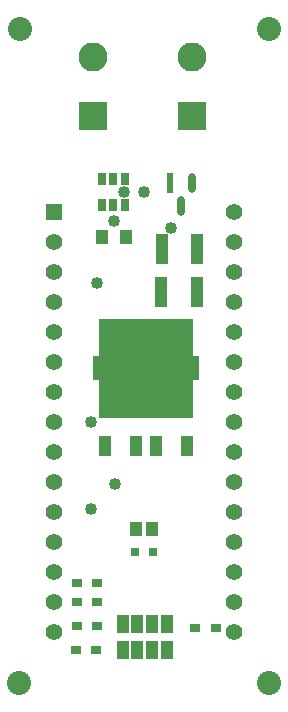
<source format=gbs>
G04*
G04 #@! TF.GenerationSoftware,Altium Limited,Altium Designer,23.1.1 (15)*
G04*
G04 Layer_Color=16711935*
%FSLAX25Y25*%
%MOIN*%
G70*
G04*
G04 #@! TF.SameCoordinates,0BDBEAC4-C0BD-4DD4-8220-68B77C2E4246*
G04*
G04*
G04 #@! TF.FilePolarity,Negative*
G04*
G01*
G75*
%ADD13R,0.05567X0.05567*%
%ADD14C,0.05567*%
%ADD15R,0.09677X0.09677*%
%ADD16C,0.09677*%
%ADD17C,0.08000*%
%ADD18C,0.04000*%
%ADD24R,0.03937X0.09843*%
%ADD26R,0.04352X0.06528*%
%ADD27R,0.03150X0.03150*%
%ADD29R,0.03543X0.03150*%
%ADD30R,0.03937X0.04921*%
G04:AMPARAMS|DCode=31|XSize=65.3mil|YSize=24.68mil|CornerRadius=12.34mil|HoleSize=0mil|Usage=FLASHONLY|Rotation=270.000|XOffset=0mil|YOffset=0mil|HoleType=Round|Shape=RoundedRectangle|*
%AMROUNDEDRECTD31*
21,1,0.06530,0.00000,0,0,270.0*
21,1,0.04063,0.02468,0,0,270.0*
1,1,0.02468,0.00000,-0.02031*
1,1,0.02468,0.00000,0.02031*
1,1,0.02468,0.00000,0.02031*
1,1,0.02468,0.00000,-0.02031*
%
%ADD31ROUNDEDRECTD31*%
%ADD32R,0.02468X0.06530*%
%ADD33R,0.02756X0.03937*%
%ADD35R,0.35433X0.07874*%
%ADD36R,0.31528X0.13811*%
%ADD37R,0.04362X0.06331*%
%ADD38R,0.04362X0.05150*%
D13*
X145651Y166165D02*
D03*
D14*
Y156165D02*
D03*
Y146165D02*
D03*
Y136165D02*
D03*
Y126165D02*
D03*
Y116165D02*
D03*
Y106165D02*
D03*
Y96165D02*
D03*
Y86165D02*
D03*
Y76165D02*
D03*
Y66165D02*
D03*
Y56165D02*
D03*
Y46165D02*
D03*
Y36165D02*
D03*
Y26165D02*
D03*
X205651D02*
D03*
Y36165D02*
D03*
Y46165D02*
D03*
Y56165D02*
D03*
Y66165D02*
D03*
Y76165D02*
D03*
Y86165D02*
D03*
Y96165D02*
D03*
Y106165D02*
D03*
Y116165D02*
D03*
Y126165D02*
D03*
Y136165D02*
D03*
Y146165D02*
D03*
Y156165D02*
D03*
Y166165D02*
D03*
D15*
X158778Y197958D02*
D03*
X191672D02*
D03*
D16*
X158778Y217642D02*
D03*
X191672D02*
D03*
D17*
X134500Y227000D02*
D03*
X217600D02*
D03*
X134100Y9000D02*
D03*
X217500D02*
D03*
D18*
X166100Y75200D02*
D03*
X158009Y96165D02*
D03*
Y67107D02*
D03*
X160000Y142200D02*
D03*
X175651Y172600D02*
D03*
X169232Y172594D02*
D03*
X165923Y163008D02*
D03*
X184957Y160570D02*
D03*
D24*
X193634Y153800D02*
D03*
X181823D02*
D03*
X181626Y139214D02*
D03*
X193437D02*
D03*
D26*
X173004Y87984D02*
D03*
X162954D02*
D03*
X179932D02*
D03*
X189982D02*
D03*
D27*
X172876Y52771D02*
D03*
X178781D02*
D03*
D29*
X160248Y42400D02*
D03*
X153555D02*
D03*
X160150Y35899D02*
D03*
X153457D02*
D03*
X160051Y27852D02*
D03*
X153358D02*
D03*
X153255Y20175D02*
D03*
X159948D02*
D03*
X199648Y27344D02*
D03*
X192955D02*
D03*
D30*
X161894Y157781D02*
D03*
X169769D02*
D03*
D31*
X188100Y167871D02*
D03*
X191702Y175561D02*
D03*
D32*
X184498D02*
D03*
D33*
X169340Y176929D02*
D03*
X165600D02*
D03*
X161860D02*
D03*
Y168271D02*
D03*
X165600D02*
D03*
X169340D02*
D03*
D35*
X176495Y114000D02*
D03*
D36*
X176500Y104157D02*
D03*
Y123843D02*
D03*
D37*
X183431Y20175D02*
D03*
X178509D02*
D03*
X173588D02*
D03*
X168667D02*
D03*
Y28836D02*
D03*
X173588D02*
D03*
X178509D02*
D03*
X183431D02*
D03*
D38*
X173269Y60305D02*
D03*
X178387D02*
D03*
M02*

</source>
